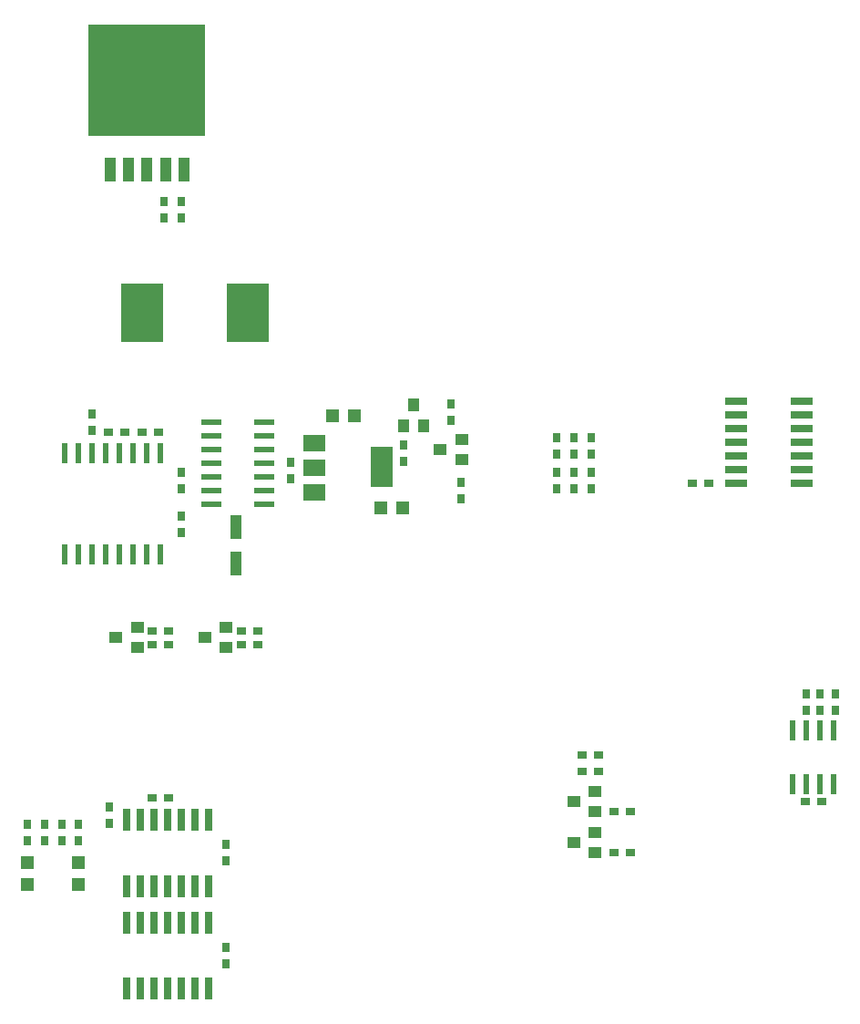
<source format=gtp>
G75*
G70*
%OFA0B0*%
%FSLAX24Y24*%
%IPPOS*%
%LPD*%
%AMOC8*
5,1,8,0,0,1.08239X$1,22.5*
%
%ADD10R,0.0800X0.0260*%
%ADD11R,0.4252X0.4098*%
%ADD12R,0.0420X0.0850*%
%ADD13R,0.0315X0.0354*%
%ADD14R,0.1575X0.2126*%
%ADD15R,0.0354X0.0315*%
%ADD16R,0.0210X0.0780*%
%ADD17R,0.0500X0.0394*%
%ADD18R,0.0260X0.0800*%
%ADD19R,0.0394X0.0500*%
%ADD20R,0.0780X0.0200*%
%ADD21R,0.0790X0.0590*%
%ADD22R,0.0790X0.1500*%
%ADD23R,0.0472X0.0512*%
%ADD24R,0.0394X0.0906*%
%ADD25R,0.0512X0.0472*%
D10*
X034483Y025625D03*
X034483Y026125D03*
X034483Y026625D03*
X034483Y027125D03*
X034483Y027625D03*
X034483Y028125D03*
X034483Y028625D03*
X036903Y028625D03*
X036903Y028125D03*
X036903Y027625D03*
X036903Y027125D03*
X036903Y026625D03*
X036903Y026125D03*
X036903Y025625D03*
D11*
X012943Y040375D03*
D12*
X012943Y037095D03*
X012273Y037095D03*
X011603Y037095D03*
X013613Y037095D03*
X014283Y037095D03*
D13*
X014193Y035925D03*
X014193Y035325D03*
X013568Y035325D03*
X013568Y035925D03*
X010943Y028175D03*
X010943Y027575D03*
X014193Y026050D03*
X014193Y025450D03*
X014193Y024425D03*
X014193Y023825D03*
X018193Y025800D03*
X018193Y026400D03*
X022318Y026450D03*
X022318Y027050D03*
X024068Y027950D03*
X024068Y028550D03*
X024443Y025675D03*
X024443Y025075D03*
X027943Y025450D03*
X027943Y026050D03*
X027943Y026700D03*
X027943Y027300D03*
X028568Y027300D03*
X029193Y027300D03*
X029193Y026700D03*
X028568Y026700D03*
X028568Y026050D03*
X029193Y026050D03*
X029193Y025450D03*
X028568Y025450D03*
X037068Y017925D03*
X037568Y017925D03*
X038118Y017925D03*
X038118Y017325D03*
X037568Y017325D03*
X037068Y017325D03*
X015818Y012425D03*
X015818Y011825D03*
X015818Y008675D03*
X015818Y008075D03*
X011568Y013200D03*
X011568Y013800D03*
X010443Y013175D03*
X010443Y012575D03*
X009818Y012575D03*
X009818Y013175D03*
X009193Y013175D03*
X009193Y012575D03*
X008568Y012575D03*
X008568Y013175D03*
D14*
X012764Y031875D03*
X016622Y031875D03*
D15*
X013368Y027500D03*
X012768Y027500D03*
X012118Y027500D03*
X011518Y027500D03*
X013143Y020250D03*
X013143Y019750D03*
X013743Y019750D03*
X013743Y020250D03*
X016393Y020250D03*
X016393Y019750D03*
X016993Y019750D03*
X016993Y020250D03*
X013743Y014125D03*
X013143Y014125D03*
X028868Y015100D03*
X028868Y015700D03*
X029468Y015700D03*
X029468Y015100D03*
X030018Y013625D03*
X030618Y013625D03*
X030618Y012125D03*
X030018Y012125D03*
X037018Y014000D03*
X037618Y014000D03*
X033493Y025625D03*
X032893Y025625D03*
D16*
X036568Y016595D03*
X037068Y016595D03*
X037568Y016595D03*
X038068Y016595D03*
X038068Y014655D03*
X037568Y014655D03*
X037068Y014655D03*
X036568Y014655D03*
X013443Y023025D03*
X012943Y023025D03*
X012443Y023025D03*
X011943Y023025D03*
X011443Y023025D03*
X010943Y023025D03*
X010443Y023025D03*
X009943Y023025D03*
X009943Y026725D03*
X010443Y026725D03*
X010943Y026725D03*
X011443Y026725D03*
X011943Y026725D03*
X012443Y026725D03*
X012943Y026725D03*
X013443Y026725D03*
D17*
X012587Y020374D03*
X012587Y019626D03*
X011800Y020000D03*
X015050Y020000D03*
X015837Y019626D03*
X015837Y020374D03*
X023675Y026875D03*
X024462Y026501D03*
X024462Y027249D03*
X029337Y014374D03*
X028550Y014000D03*
X029337Y013626D03*
X029337Y012874D03*
X029337Y012126D03*
X028550Y012500D03*
D18*
X015193Y013335D03*
X014693Y013335D03*
X014193Y013335D03*
X013693Y013335D03*
X013193Y013335D03*
X012693Y013335D03*
X012193Y013335D03*
X012193Y010915D03*
X012693Y010915D03*
X013193Y010915D03*
X013693Y010915D03*
X014193Y010915D03*
X014693Y010915D03*
X015193Y010915D03*
X015193Y009585D03*
X014693Y009585D03*
X014193Y009585D03*
X013693Y009585D03*
X013193Y009585D03*
X012693Y009585D03*
X012193Y009585D03*
X012193Y007165D03*
X012693Y007165D03*
X013193Y007165D03*
X013693Y007165D03*
X014193Y007165D03*
X014693Y007165D03*
X015193Y007165D03*
D19*
X022319Y027731D03*
X022693Y028519D03*
X023067Y027731D03*
D20*
X017238Y027875D03*
X017238Y027375D03*
X017238Y026875D03*
X017238Y026375D03*
X017238Y025875D03*
X017238Y025375D03*
X017238Y024875D03*
X015298Y024875D03*
X015298Y025375D03*
X015298Y025875D03*
X015298Y026375D03*
X015298Y026875D03*
X015298Y027375D03*
X015298Y027875D03*
D21*
X019053Y027115D03*
X019053Y026215D03*
X019053Y025315D03*
D22*
X021533Y026225D03*
D23*
X021493Y024725D03*
X022293Y024725D03*
X020543Y028100D03*
X019743Y028100D03*
D24*
X016193Y024054D03*
X016193Y022706D03*
D25*
X008568Y010975D03*
X008568Y011775D03*
X010443Y011775D03*
X010443Y010975D03*
M02*

</source>
